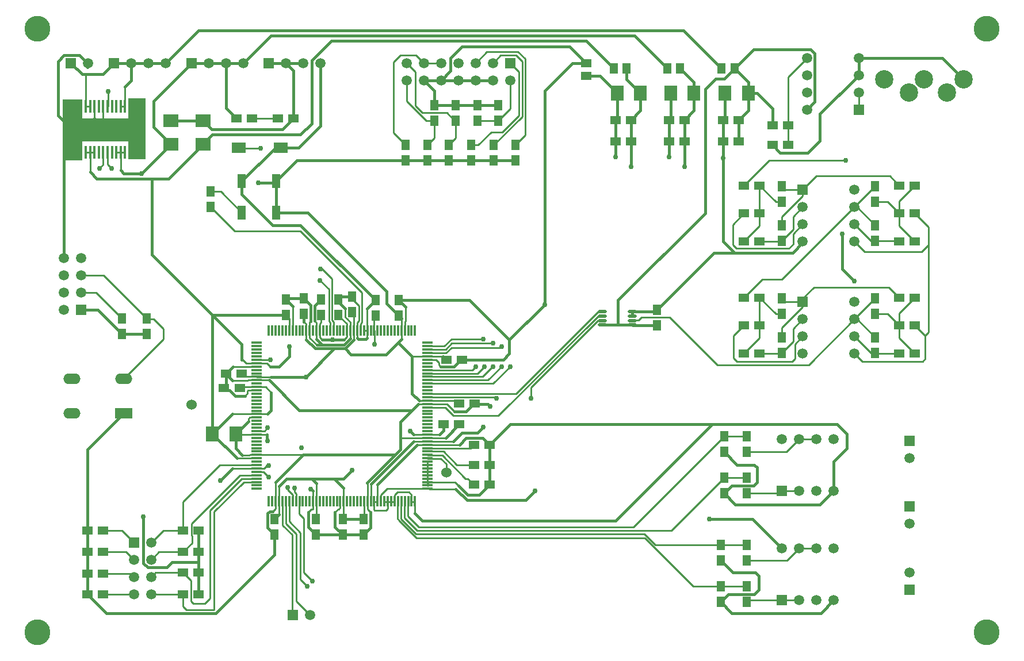
<source format=gtl>
G04 Layer_Physical_Order=1*
G04 Layer_Color=255*
%FSLAX25Y25*%
%MOIN*%
G70*
G01*
G75*
%ADD10R,0.05000X0.06000*%
%ADD11R,0.05118X0.08268*%
%ADD12R,0.06000X0.05000*%
%ADD13R,0.01180X0.06300*%
%ADD14R,0.06300X0.01180*%
%ADD15R,0.10000X0.35433*%
%ADD16R,0.11811X0.35433*%
%ADD17R,0.31102X0.13780*%
%ADD18R,0.01575X0.07677*%
%ADD19R,0.09000X0.07500*%
%ADD20R,0.05118X0.05905*%
%ADD21R,0.07500X0.09000*%
%ADD22O,0.05315X0.01968*%
%ADD23R,0.07874X0.05905*%
%ADD24R,0.05905X0.05118*%
%ADD25C,0.01000*%
%ADD26C,0.01500*%
%ADD27C,0.15000*%
%ADD28C,0.05905*%
%ADD29R,0.05905X0.05905*%
%ADD30R,0.10000X0.06000*%
%ADD31O,0.10000X0.06000*%
%ADD32C,0.06000*%
%ADD33R,0.05905X0.05905*%
%ADD34C,0.10650*%
%ADD35C,0.03000*%
D10*
X188500Y307140D02*
D03*
Y298140D02*
D03*
X174000D02*
D03*
Y307140D02*
D03*
X289500Y318140D02*
D03*
Y309140D02*
D03*
X225500Y380640D02*
D03*
Y371640D02*
D03*
X536000Y142640D02*
D03*
Y151640D02*
D03*
X521000Y142640D02*
D03*
Y151640D02*
D03*
Y166640D02*
D03*
Y175640D02*
D03*
X536000Y205640D02*
D03*
Y214640D02*
D03*
X523000Y205640D02*
D03*
Y214640D02*
D03*
Y229640D02*
D03*
Y238640D02*
D03*
X279500Y318640D02*
D03*
Y309640D02*
D03*
X307500Y319640D02*
D03*
Y310640D02*
D03*
X334500Y317640D02*
D03*
Y308640D02*
D03*
X314000Y181640D02*
D03*
Y190640D02*
D03*
X302000Y181640D02*
D03*
Y190640D02*
D03*
X286500Y181640D02*
D03*
Y190640D02*
D03*
X262500Y181640D02*
D03*
Y190640D02*
D03*
X376500Y407640D02*
D03*
Y398640D02*
D03*
X389500Y407640D02*
D03*
Y398640D02*
D03*
X338500Y407640D02*
D03*
Y398640D02*
D03*
X392000Y421640D02*
D03*
Y430640D02*
D03*
X402000Y407640D02*
D03*
Y398640D02*
D03*
X351000Y407640D02*
D03*
Y398640D02*
D03*
X363500D02*
D03*
Y407640D02*
D03*
X355000Y430640D02*
D03*
Y421640D02*
D03*
X367500Y430640D02*
D03*
Y421640D02*
D03*
X269000Y318140D02*
D03*
Y309140D02*
D03*
X299500Y318140D02*
D03*
Y309140D02*
D03*
X321000Y317640D02*
D03*
Y308640D02*
D03*
X536000Y166640D02*
D03*
Y175640D02*
D03*
Y229640D02*
D03*
Y238640D02*
D03*
X610500Y309640D02*
D03*
Y318640D02*
D03*
X556500Y296140D02*
D03*
Y287140D02*
D03*
X610500Y296140D02*
D03*
Y287140D02*
D03*
Y374640D02*
D03*
Y383640D02*
D03*
Y361140D02*
D03*
Y352140D02*
D03*
X556500Y361140D02*
D03*
Y352140D02*
D03*
Y309640D02*
D03*
Y318640D02*
D03*
Y374640D02*
D03*
Y383640D02*
D03*
X484000Y303140D02*
D03*
Y312140D02*
D03*
X380000Y430640D02*
D03*
Y421640D02*
D03*
D11*
X263500Y386640D02*
D03*
X243500D02*
D03*
Y368530D02*
D03*
X263500D02*
D03*
D12*
X233000Y266640D02*
D03*
X242500D02*
D03*
X234500Y275140D02*
D03*
X243500D02*
D03*
X378500Y257640D02*
D03*
X369500D02*
D03*
Y245640D02*
D03*
X360500D02*
D03*
X371000Y283140D02*
D03*
X362000D02*
D03*
X387000Y233640D02*
D03*
X378000D02*
D03*
Y222140D02*
D03*
X387000D02*
D03*
X378000Y210640D02*
D03*
X387000D02*
D03*
X264500Y423140D02*
D03*
X273500D02*
D03*
X240500D02*
D03*
X249500D02*
D03*
X491000Y409621D02*
D03*
X500000D02*
D03*
X491000Y422121D02*
D03*
X500000D02*
D03*
X522500Y409621D02*
D03*
X531500D02*
D03*
X522500Y422121D02*
D03*
X531500D02*
D03*
X534500Y286640D02*
D03*
X543500D02*
D03*
X534500Y302890D02*
D03*
X543500D02*
D03*
X633500Y286640D02*
D03*
X624500D02*
D03*
X633500Y302890D02*
D03*
X624500D02*
D03*
X560000Y419140D02*
D03*
X551000D02*
D03*
X543500Y367890D02*
D03*
X534500D02*
D03*
Y351640D02*
D03*
X543500D02*
D03*
X633500D02*
D03*
X624500D02*
D03*
X633500Y367890D02*
D03*
X624500D02*
D03*
X543500Y319140D02*
D03*
X534500D02*
D03*
X543500Y384140D02*
D03*
X534500D02*
D03*
X633500D02*
D03*
X624500D02*
D03*
X633500Y319140D02*
D03*
X624500D02*
D03*
X551000Y407640D02*
D03*
X560000D02*
D03*
X460000Y422121D02*
D03*
X469000D02*
D03*
X460000Y409621D02*
D03*
X469000D02*
D03*
X163000Y184140D02*
D03*
X154000D02*
D03*
X163000Y171640D02*
D03*
X154000D02*
D03*
X163000Y159140D02*
D03*
X154000D02*
D03*
X163000Y147140D02*
D03*
X154000D02*
D03*
X218500Y184140D02*
D03*
X209500D02*
D03*
X218500Y171640D02*
D03*
X209500D02*
D03*
X218500Y159640D02*
D03*
X209500D02*
D03*
X218500Y147140D02*
D03*
X209500D02*
D03*
D13*
X341850Y200960D02*
D03*
X312330D02*
D03*
X310360D02*
D03*
X259180D02*
D03*
X261150D02*
D03*
X263110D02*
D03*
X265080D02*
D03*
X267050D02*
D03*
X269020D02*
D03*
X270990D02*
D03*
X272960D02*
D03*
X274930D02*
D03*
X276890D02*
D03*
X278860D02*
D03*
X280830D02*
D03*
X282800D02*
D03*
X284770D02*
D03*
X286740D02*
D03*
X288700D02*
D03*
X290670D02*
D03*
X292640D02*
D03*
X294610D02*
D03*
X296580D02*
D03*
X298550D02*
D03*
X300520D02*
D03*
X302480D02*
D03*
X304450D02*
D03*
X306420D02*
D03*
X308390D02*
D03*
X314300D02*
D03*
X316260D02*
D03*
X318230D02*
D03*
X320200D02*
D03*
X322170D02*
D03*
X324140D02*
D03*
X326110D02*
D03*
X328070D02*
D03*
X330040D02*
D03*
X332010D02*
D03*
X333980D02*
D03*
X335950D02*
D03*
X337920D02*
D03*
X339890D02*
D03*
X343820D02*
D03*
Y300180D02*
D03*
X341850D02*
D03*
X339890D02*
D03*
X337920D02*
D03*
X335950D02*
D03*
X333980D02*
D03*
X332010D02*
D03*
X330040D02*
D03*
X328070D02*
D03*
X326110D02*
D03*
X324140D02*
D03*
X322170D02*
D03*
X320200D02*
D03*
X318230D02*
D03*
X316260D02*
D03*
X314300D02*
D03*
X312330D02*
D03*
X310360D02*
D03*
X308390D02*
D03*
X306420D02*
D03*
X304450D02*
D03*
X302480D02*
D03*
X300520D02*
D03*
X298550D02*
D03*
X296580D02*
D03*
X294610D02*
D03*
X292640D02*
D03*
X290670D02*
D03*
X288700D02*
D03*
X286740D02*
D03*
X284770D02*
D03*
X282800D02*
D03*
X280830D02*
D03*
X278860D02*
D03*
X276890D02*
D03*
X274930D02*
D03*
X272960D02*
D03*
X270990D02*
D03*
X269020D02*
D03*
X267050D02*
D03*
X265080D02*
D03*
X263110D02*
D03*
X261150D02*
D03*
X259180D02*
D03*
D14*
X351110Y253520D02*
D03*
Y247620D02*
D03*
Y245650D02*
D03*
Y241710D02*
D03*
Y208250D02*
D03*
Y210220D02*
D03*
Y212180D02*
D03*
Y214150D02*
D03*
Y216120D02*
D03*
Y218090D02*
D03*
Y220060D02*
D03*
Y222030D02*
D03*
Y224000D02*
D03*
Y225960D02*
D03*
Y227930D02*
D03*
Y229900D02*
D03*
Y231870D02*
D03*
Y233840D02*
D03*
Y235810D02*
D03*
Y237770D02*
D03*
Y239740D02*
D03*
Y243680D02*
D03*
Y249590D02*
D03*
Y251550D02*
D03*
Y255490D02*
D03*
Y257460D02*
D03*
Y259430D02*
D03*
Y261400D02*
D03*
Y263370D02*
D03*
Y265330D02*
D03*
Y267300D02*
D03*
Y269270D02*
D03*
Y271240D02*
D03*
Y273210D02*
D03*
Y275180D02*
D03*
Y277140D02*
D03*
Y279110D02*
D03*
Y281080D02*
D03*
Y283050D02*
D03*
Y285020D02*
D03*
Y286990D02*
D03*
Y288960D02*
D03*
Y290920D02*
D03*
Y292890D02*
D03*
X251890D02*
D03*
Y290920D02*
D03*
Y288960D02*
D03*
Y286990D02*
D03*
Y285020D02*
D03*
Y283050D02*
D03*
Y281080D02*
D03*
Y279110D02*
D03*
Y277140D02*
D03*
Y275180D02*
D03*
Y273210D02*
D03*
Y271240D02*
D03*
Y269270D02*
D03*
Y267300D02*
D03*
Y265330D02*
D03*
Y263370D02*
D03*
Y261400D02*
D03*
Y259430D02*
D03*
Y257460D02*
D03*
Y255490D02*
D03*
Y253520D02*
D03*
Y251550D02*
D03*
Y249590D02*
D03*
Y247620D02*
D03*
Y245650D02*
D03*
Y243680D02*
D03*
Y241710D02*
D03*
Y239740D02*
D03*
Y237770D02*
D03*
Y235810D02*
D03*
Y233840D02*
D03*
Y231870D02*
D03*
Y229900D02*
D03*
Y227930D02*
D03*
Y225960D02*
D03*
Y224000D02*
D03*
Y222030D02*
D03*
Y220060D02*
D03*
Y218090D02*
D03*
Y216120D02*
D03*
Y214150D02*
D03*
Y212180D02*
D03*
Y210220D02*
D03*
Y208250D02*
D03*
D15*
X182701Y416890D02*
D03*
D16*
X145299Y416390D02*
D03*
D17*
X164799D02*
D03*
D18*
X150299Y403390D02*
D03*
Y429890D02*
D03*
X178299Y403390D02*
D03*
X178299Y429890D02*
D03*
X175799Y429890D02*
D03*
X173260D02*
D03*
X170740D02*
D03*
X168221D02*
D03*
X165701D02*
D03*
X163181D02*
D03*
X160661D02*
D03*
X158142D02*
D03*
X155622D02*
D03*
X153102D02*
D03*
X175799Y403390D02*
D03*
X173260Y403418D02*
D03*
X170740D02*
D03*
X168221D02*
D03*
X165701D02*
D03*
X163181D02*
D03*
X160661D02*
D03*
X158142D02*
D03*
X155622D02*
D03*
X153102D02*
D03*
D19*
X221000Y421640D02*
D03*
Y408140D02*
D03*
X202500Y421640D02*
D03*
Y408140D02*
D03*
D20*
X497408Y452121D02*
D03*
X489927D02*
D03*
X466408D02*
D03*
X458927D02*
D03*
X528908D02*
D03*
X521427D02*
D03*
D21*
X492000Y437621D02*
D03*
X505500D02*
D03*
X523500D02*
D03*
X537000D02*
D03*
X240000Y240140D02*
D03*
X226500D02*
D03*
X461000Y437621D02*
D03*
X474500D02*
D03*
D22*
X469760Y303302D02*
D03*
Y305861D02*
D03*
Y308420D02*
D03*
Y310979D02*
D03*
X452240Y303302D02*
D03*
Y305861D02*
D03*
Y308420D02*
D03*
Y310979D02*
D03*
D23*
X241591Y406140D02*
D03*
X266000D02*
D03*
D24*
X443000Y447660D02*
D03*
Y455140D02*
D03*
D25*
X351000Y231770D02*
X376130D01*
X308000Y317640D02*
Y321140D01*
X316150Y300180D02*
Y312790D01*
Y295790D02*
Y300180D01*
X286760Y294910D02*
Y300180D01*
X284740Y196460D02*
Y206900D01*
X316370Y196270D02*
Y200960D01*
X351000Y227830D02*
X359500D01*
X268910Y200860D02*
X269000Y200770D01*
X243500Y274640D02*
X244500D01*
X362300Y426340D02*
X367500Y421140D01*
X304420Y296471D02*
Y303889D01*
X242500Y267270D02*
X257370D01*
X351000Y225860D02*
X358780D01*
X351000Y233740D02*
X369600D01*
X351000Y210120D02*
Y223900D01*
X351250Y210120D02*
Y212140D01*
X351000Y210120D02*
X351250D01*
X341740Y200860D02*
X343710D01*
X331900D02*
X332020Y200980D01*
X328070Y200860D02*
X331900D01*
X326000D02*
X328070D01*
X320170D02*
X322060D01*
X289000Y335640D02*
X290000D01*
X295600Y330040D01*
X288800Y329140D02*
X294000Y323940D01*
X294610Y300180D02*
Y304712D01*
X294000Y305322D02*
X294610Y304712D01*
X294000Y305322D02*
Y323940D01*
X163500Y332140D02*
X188500Y307140D01*
X150500Y332140D02*
X163500D01*
X159000Y322140D02*
X174000Y307140D01*
X150500Y322140D02*
X159000D01*
X175000Y272140D02*
X198000Y295140D01*
Y301140D01*
X192500Y306640D02*
X198000Y301140D01*
X189000Y306640D02*
X192500D01*
X188500Y307140D02*
X189000Y306640D01*
X238530Y279110D02*
X250830D01*
X239500Y357640D02*
X277500D01*
X313000Y322140D01*
X556500Y143640D02*
X566500D01*
X537000D02*
X556500D01*
X282830Y295810D02*
X287000Y291640D01*
X345170Y233810D02*
X349440D01*
X314270Y200930D02*
X314300Y200960D01*
X251860Y227900D02*
X251890Y227930D01*
X300490Y200930D02*
X300520Y200960D01*
X256570Y241710D02*
X258500Y243640D01*
X270000Y207599D02*
Y209140D01*
Y207599D02*
X272930Y204669D01*
X274000Y206216D02*
Y208640D01*
X351990Y208140D02*
X367500D01*
X269000Y188140D02*
Y200770D01*
X274000Y206216D02*
X274930Y205286D01*
X320500Y195640D02*
X327000D01*
X191000Y147140D02*
X209500D01*
X163000D02*
X181000D01*
X320170Y195970D02*
X320500Y195640D01*
X365860Y235780D02*
X366000Y235640D01*
X327000Y195640D02*
X328070Y196710D01*
X324140Y200960D02*
X324150Y200970D01*
Y204649D02*
X327751Y208250D01*
X340350Y206290D02*
X341850Y204790D01*
X333661Y206290D02*
X340350D01*
X332020Y204649D02*
X333661Y206290D01*
X566500Y237140D02*
X576500D01*
X559000Y229640D02*
X566500Y237140D01*
X564000Y283640D02*
Y292095D01*
X562500Y282140D02*
X564000Y283640D01*
X530500Y282140D02*
X562500D01*
X528500Y284140D02*
X530500Y282140D01*
X491500Y307640D02*
X519000Y280140D01*
X572000D01*
X598500Y306640D01*
X259910Y283050D02*
X260000Y283140D01*
X295600Y305984D02*
Y330040D01*
X244500Y274640D02*
X245900Y273240D01*
X244000Y283140D02*
X246030Y281110D01*
X243500Y283140D02*
X244000D01*
X362271Y257460D02*
X366591Y253140D01*
X357650Y280081D02*
X358591Y279140D01*
X357650Y280081D02*
Y281311D01*
X355911Y283050D02*
X357650Y281311D01*
X337920Y300180D02*
X338100Y300360D01*
Y305240D02*
X338350Y305490D01*
Y313790D01*
X269000Y309140D02*
X270990Y307150D01*
X279500Y305189D02*
X280800Y303889D01*
X282800Y304981D02*
X283350Y305531D01*
X288700Y300180D02*
X288730Y300210D01*
Y303889D02*
X289500Y304659D01*
Y309140D01*
X285650Y305581D02*
X286740Y304491D01*
X295600Y305984D02*
X296580Y305005D01*
X313000Y304615D02*
Y322140D01*
X311350Y305581D02*
Y314290D01*
X311100Y314540D02*
X311350Y314290D01*
X311100Y314540D02*
Y314596D01*
X310456Y315240D02*
X311100Y314596D01*
X310400Y315240D02*
X310456D01*
X308000Y317640D02*
X310400Y315240D01*
X312330Y303945D02*
X313000Y304615D01*
X299500Y308809D02*
X304420Y303889D01*
X304600Y306540D02*
X306390Y304750D01*
X307500Y309140D02*
X308360Y308280D01*
X310360Y304591D02*
X311350Y305581D01*
X250830Y279110D02*
X250860Y279140D01*
X250405D02*
X250860D01*
X249274Y281080D02*
X249304Y281110D01*
X246030D02*
X249304D01*
X238100Y271040D02*
X246956D01*
X247156Y271240D01*
X245409Y262140D02*
X246850Y263581D01*
Y265091D02*
X247089Y265330D01*
X246850Y263581D02*
Y265091D01*
X563000Y350140D02*
Y356095D01*
X560500Y347640D02*
X563000Y350140D01*
X530000Y347640D02*
X560500D01*
X261500Y195140D02*
X263110Y196750D01*
X392116Y250640D02*
X449621Y308145D01*
X366000Y250640D02*
X392116D01*
X361430Y255210D02*
X366000Y250640D01*
X282000Y194640D02*
X283820Y196460D01*
X297500Y194640D02*
X299320Y196460D01*
X361850Y286990D02*
X364900Y290040D01*
X393400D01*
X394000Y290640D01*
X361557Y288960D02*
X365137Y292540D01*
X388900D01*
X389000Y292640D01*
X360780Y290920D02*
X365000Y295140D01*
X383500D01*
X243830Y227810D02*
X248091D01*
X247390Y247530D02*
Y248769D01*
X248181Y249560D01*
X316370Y196270D02*
X318000Y194640D01*
X299699Y196460D02*
X300490Y197251D01*
X299320Y196460D02*
X299699D01*
X283820D02*
X284740D01*
X163181Y396321D02*
Y403418D01*
X161000Y394140D02*
X163181Y396321D01*
X165701Y396439D02*
Y403418D01*
Y396439D02*
X168000Y394140D01*
X249500Y423140D02*
X264500D01*
X241591Y406140D02*
X242091Y405640D01*
X254500D01*
X166000Y430189D02*
Y438640D01*
X165701Y429890D02*
X166000Y430189D01*
X175799Y429890D02*
Y441439D01*
X173260Y429890D02*
X175799D01*
X153102D02*
Y448538D01*
Y429890D02*
X155622D01*
X175772Y403418D02*
X175799Y403390D01*
X173260Y392880D02*
Y403418D01*
X170740D02*
X173260D01*
X175772D01*
X155622D02*
X158142D01*
X155622Y392018D02*
Y403418D01*
X153102D02*
X155622D01*
X558500Y381640D02*
X568500D01*
X556500Y383640D02*
X558500Y381640D01*
X553000Y374640D02*
X556500D01*
X543500Y384140D02*
X553000Y374640D01*
X543500Y367890D02*
Y384140D01*
Y351640D02*
X556000D01*
X556500Y352140D01*
Y361140D02*
Y366140D01*
X568500Y378140D01*
Y381640D01*
X558500Y316640D02*
X568500D01*
X556500Y318640D02*
X558500Y316640D01*
X553000Y309640D02*
X556500D01*
X543500Y319140D02*
X553000Y309640D01*
X543500Y302890D02*
Y319140D01*
Y295640D02*
Y302890D01*
X534500Y286640D02*
X543500Y295640D01*
Y286640D02*
X556000D01*
X556500Y296140D02*
Y301640D01*
X568500Y313640D01*
Y316640D01*
X563000Y366140D02*
X568500Y371640D01*
X563000Y358640D02*
Y366140D01*
X556500Y352140D02*
X563000Y358640D01*
Y301140D02*
X568500Y306640D01*
X563000Y293640D02*
Y301140D01*
X556500Y287140D02*
X563000Y293640D01*
X598500Y371640D02*
X610500Y383640D01*
Y374640D02*
X617750D01*
X624500Y367890D01*
Y375140D01*
X633500Y384140D01*
X624500Y360640D02*
Y367890D01*
Y360640D02*
X633500Y351640D01*
X600000Y371640D02*
X610500Y361140D01*
X598500Y371640D02*
X600000D01*
X610500Y352140D02*
X624000D01*
X624500Y351640D01*
X598500Y306640D02*
X610500Y318640D01*
X598500Y306640D02*
X600000D01*
X610500Y296140D01*
Y309640D02*
X617750D01*
X624500Y302890D01*
Y310140D01*
X633500Y319140D01*
X624500Y295640D02*
Y302890D01*
Y295640D02*
X633500Y286640D01*
X611000D02*
X624500D01*
X610500Y287140D02*
X611000Y286640D01*
X568500Y361595D02*
Y361640D01*
X563000Y356095D02*
X568500Y361595D01*
X528000Y349640D02*
X530000Y347640D01*
X528000Y349640D02*
Y361390D01*
X534500Y367890D01*
X598500Y351640D02*
X604500Y345640D01*
X637500D01*
X641500Y349640D01*
Y359890D01*
X633500Y367890D02*
X641500Y359890D01*
X568500Y296595D02*
Y296640D01*
X564000Y292095D02*
X568500Y296595D01*
X528500Y284140D02*
Y296890D01*
X534500Y302890D01*
X598500Y286640D02*
X603000Y282140D01*
X638000D01*
X639500Y283640D01*
Y296890D01*
X633500Y302890D02*
X639500Y296890D01*
X158142Y423047D02*
Y429890D01*
X163181Y418008D02*
Y429890D01*
X339000Y433140D02*
Y445140D01*
Y433140D02*
X350500Y421640D01*
X344000Y430403D02*
X348063Y426340D01*
X331500Y414640D02*
X338500Y407640D01*
X399000Y428640D02*
Y445140D01*
Y455140D02*
X404000Y450140D01*
X389500Y407640D02*
X406000Y424140D01*
Y456140D01*
X389000Y455140D02*
X393500Y459640D01*
X402500D01*
X406000Y456140D01*
X379000Y455140D02*
X385500Y461640D01*
X403500D01*
X402000Y407640D02*
X407600Y413240D01*
X403500Y461640D02*
X407600Y457540D01*
Y413240D02*
Y457540D01*
X404000Y424640D02*
Y450140D01*
X376500Y407640D02*
X380500D01*
X388000Y415140D01*
X394500D01*
X404000Y424640D01*
X350500Y421640D02*
X355000D01*
X348063Y426340D02*
X362300D01*
X363500Y407640D02*
X367500Y411640D01*
Y421140D01*
X351000Y407640D02*
X355000Y411640D01*
Y421640D01*
X380000D02*
X392000D01*
X399000Y428640D01*
X349000Y455140D02*
X359000D01*
X339000D02*
X344000Y450140D01*
Y430403D02*
Y450140D01*
X331500Y414640D02*
Y455640D01*
X335500Y459640D01*
X344500D01*
X349000Y455140D01*
X560000Y407640D02*
Y419140D01*
X231390Y380640D02*
X243500Y368530D01*
X225500Y380640D02*
X231390D01*
X225500Y371640D02*
X239500Y357640D01*
X560000Y447140D02*
X571000Y458140D01*
X560000Y419140D02*
Y447140D01*
X549000Y398640D02*
X593500D01*
X534500Y384140D02*
X549000Y398640D01*
X601000Y428140D02*
Y438140D01*
X641500Y298890D02*
Y349640D01*
X639500Y296890D02*
X641500Y298890D01*
X543500Y360640D02*
Y367890D01*
X534500Y351640D02*
X543500Y360640D01*
X568500Y381640D02*
X576500Y389640D01*
X619000D01*
X624500Y384140D01*
X618500Y325140D02*
X624500Y319140D01*
X556500Y329640D02*
X598500Y371640D01*
X545000Y329640D02*
X556500D01*
X534500Y319140D02*
X545000Y329640D01*
X575000Y325140D02*
X618500D01*
X568500Y318640D02*
X575000Y325140D01*
X568500Y316640D02*
Y318640D01*
X556000Y286640D02*
X556500Y287140D01*
X475029Y307640D02*
X491500D01*
X473524Y306135D02*
X475029Y307640D01*
X470035Y306135D02*
X473524D01*
X469760Y305861D02*
X470035Y306135D01*
X451965Y310704D02*
X452240Y310979D01*
X451965Y308145D02*
X452240Y308420D01*
X449621Y308145D02*
X451965D01*
X451965Y305586D02*
X452240Y305861D01*
X449621Y305586D02*
X451965D01*
X411000Y266965D02*
X449621Y305586D01*
Y310704D02*
X451965D01*
X411000Y260640D02*
Y266965D01*
X390240Y261400D02*
X391000Y260640D01*
X198000Y184140D02*
X209500D01*
X191000Y177140D02*
X198000Y184140D01*
X195500Y171640D02*
X209500D01*
X191000Y167140D02*
X195500Y171640D01*
X193500Y159640D02*
X209500D01*
X191000Y157140D02*
X193500Y159640D01*
X163000Y184140D02*
X174000D01*
X181000Y177140D01*
X163000Y171640D02*
X176500D01*
X181000Y167140D01*
X163000Y159140D02*
X179000D01*
X181000Y157140D01*
X523000Y238640D02*
X536000D01*
X523000Y214640D02*
X536000D01*
X521000Y151640D02*
X536000D01*
X521000Y175640D02*
X536000D01*
Y142640D02*
X537000Y143640D01*
X566500Y173640D02*
X576500D01*
X559500Y166640D02*
X566500Y173640D01*
X536000Y166640D02*
X559500D01*
X556500Y207140D02*
X566500D01*
X555000Y205640D02*
X556500Y207140D01*
X536000Y205640D02*
X555000D01*
X536000Y229640D02*
X559000D01*
X504934Y151640D02*
X521000D01*
X483197Y175640D02*
X521000D01*
X492400Y184040D02*
X523000Y214640D01*
X345100Y184040D02*
X492400D01*
X337810Y191330D02*
X345100Y184040D01*
X209500Y171640D02*
X214600Y176740D01*
X376130Y231770D02*
X378000Y233640D01*
X362000Y217640D02*
Y222640D01*
X358780Y225860D02*
X362000Y222640D01*
X339780Y192360D02*
X346000Y186140D01*
X470500D01*
X523000Y238640D01*
X333870Y190770D02*
X334240Y190400D01*
Y190137D02*
Y190400D01*
Y190137D02*
X344737Y179640D01*
X476934D01*
X504934Y151640D01*
X335840Y190800D02*
X344500Y182140D01*
X476697D01*
X483197Y175640D01*
X279500Y159640D02*
X284500Y154640D01*
X279500Y159640D02*
Y191140D01*
X277500Y155640D02*
X281500Y151640D01*
X277500Y155640D02*
Y182640D01*
X270880Y189260D02*
X277500Y182640D01*
X266940Y187200D02*
X272600Y181540D01*
Y135540D02*
X273000Y135140D01*
X272600Y135540D02*
Y181540D01*
X275000Y143140D02*
X283000Y135140D01*
X269000Y188140D02*
X275000Y182140D01*
Y143140D02*
Y182140D01*
X368197Y222140D02*
X378000D01*
X360437Y229900D02*
X368197Y222140D01*
X374500Y214140D02*
X378000Y210640D01*
X373190Y214140D02*
X374500D01*
X359610Y227720D02*
X373190Y214140D01*
X359500Y227720D02*
X359610D01*
X377000Y277140D02*
X379000Y279140D01*
X380040Y275180D02*
X384000Y279140D01*
X386100Y271240D02*
X394000Y279140D01*
X389130Y269270D02*
X399000Y279140D01*
X388860D02*
X389000D01*
X382930Y273210D02*
X388860Y279140D01*
X402287Y263370D02*
X449621Y310704D01*
X209500Y140140D02*
Y147140D01*
Y140140D02*
X211500Y138140D01*
X227500D01*
Y195140D01*
X244540Y212180D01*
X209500Y159640D02*
X214000Y155140D01*
Y143140D02*
Y155140D01*
Y143140D02*
X215500Y141640D01*
X222000D01*
X225000Y144640D01*
X214600Y176740D02*
Y180984D01*
X214400Y181184D02*
X214600Y180984D01*
X214400Y181184D02*
Y188040D01*
X242480Y216120D01*
X225000Y144640D02*
Y195640D01*
X243510Y214150D01*
X367000Y212140D02*
X369020Y210120D01*
X308360Y294731D02*
X308490Y294601D01*
X288730Y295910D02*
X290000Y294640D01*
X302589D02*
X304420Y296471D01*
X303500Y307640D02*
Y312549D01*
Y307640D02*
X303900Y307240D01*
Y307185D02*
Y307240D01*
Y307185D02*
X304544Y306540D01*
X304600D01*
X306390Y300210D02*
X306420Y300180D01*
X308360Y300210D02*
X308390Y300180D01*
X280800Y300210D02*
X280830Y300180D01*
X351250Y212140D02*
X367000D01*
X351110Y255490D02*
X351390Y255210D01*
X361430D01*
X351110Y235810D02*
X351140Y235780D01*
X242480Y216120D02*
X251890D01*
X306390Y295471D02*
Y300150D01*
X282830Y295810D02*
Y300150D01*
X300490Y197251D02*
Y200930D01*
X247089Y265330D02*
X251890D01*
X248181Y249560D02*
X251860D01*
X248091Y227900D02*
X251860D01*
X248091Y227810D02*
Y227900D01*
X320230Y292410D02*
Y300150D01*
X288730Y295910D02*
Y300150D01*
X314270Y190910D02*
Y200930D01*
X302480Y191120D02*
Y200960D01*
X286740Y190880D02*
Y200960D01*
X265080Y193220D02*
Y200960D01*
X240680Y225960D02*
X251890D01*
X343710Y193930D02*
Y200860D01*
X328070Y196710D02*
Y200860D01*
X320170Y195970D02*
Y200860D01*
X243510Y214150D02*
X251890D01*
X339780Y192360D02*
Y200860D01*
X337810Y191330D02*
Y200860D01*
X327751Y208250D02*
X351110D01*
X270880Y189260D02*
Y200860D01*
X244540Y212180D02*
X251890D01*
X343140Y235780D02*
X351080D01*
X335950Y295090D02*
Y300180D01*
X308360Y294731D02*
Y300150D01*
X280830Y294840D02*
Y300180D01*
X245900Y273240D02*
X251860D01*
X266940Y187200D02*
Y200860D01*
X335840Y190800D02*
Y200860D01*
X333870Y190770D02*
Y200860D01*
X256050Y218090D02*
X259000Y215140D01*
X256380Y220080D02*
X257940Y221640D01*
X258030Y281080D02*
X259969Y279140D01*
X257370Y267270D02*
X260500Y264140D01*
X335500Y237750D02*
X349290D01*
X276780Y193860D02*
X279500Y191140D01*
X276780Y193860D02*
Y200860D01*
X240400Y239740D02*
X251890D01*
X351110Y273210D02*
X382930D01*
X345690Y257460D02*
X351110D01*
X310360Y295780D02*
Y300180D01*
X247156Y271240D02*
X251890D01*
X263110Y196750D02*
Y200960D01*
X338100Y300360D02*
Y305240D01*
X310360Y300180D02*
Y304591D01*
X306390Y300210D02*
Y304750D01*
X286740Y300180D02*
Y304491D01*
X282800Y300180D02*
Y304981D01*
X351110Y283050D02*
X355911D01*
X351110Y257460D02*
X362271D01*
X351110Y237770D02*
X361630D01*
X316290Y200990D02*
Y211770D01*
X272960Y300180D02*
Y314180D01*
X251890Y271240D02*
X259400D01*
X251920Y239710D02*
X258000D01*
X251890Y227930D02*
X279000D01*
X272930Y200990D02*
Y204669D01*
X263110Y200960D02*
Y211910D01*
X251890Y218090D02*
X256050D01*
X351110Y269270D02*
X389130D01*
X249274Y281080D02*
X251890D01*
X237910Y251550D02*
X251890D01*
X320200Y300180D02*
Y307840D01*
X270990Y300180D02*
Y307150D01*
X288730Y300210D02*
Y303889D01*
X351110Y239740D02*
X358100D01*
X302460Y200980D02*
Y208680D01*
X286740Y200960D02*
Y211400D01*
X251890Y281080D02*
X258030D01*
X251890Y251550D02*
X258410D01*
X265080Y200960D02*
Y209720D01*
X341850Y200960D02*
Y204790D01*
X332020Y200980D02*
Y204649D01*
X322170Y200960D02*
Y210810D01*
X312330Y300180D02*
Y303945D01*
X351110Y286990D02*
X361850D01*
X351110Y277140D02*
X377000D01*
X351110Y261400D02*
X390240D01*
X351110Y290920D02*
X360780D01*
X351110Y288960D02*
X361557D01*
X351110Y271240D02*
X386100D01*
X351110Y263370D02*
X402287D01*
X324150Y200970D02*
Y204649D01*
X251890Y283050D02*
X259910D01*
X351140Y235780D02*
X365860D01*
X318260Y200990D02*
Y210900D01*
X342120Y285020D02*
X351110D01*
X346210Y259430D02*
X351110D01*
X335950Y300180D02*
Y307190D01*
X308360Y300210D02*
Y308280D01*
X280800Y300210D02*
Y303889D01*
X351110Y285020D02*
X360120D01*
X351110Y259430D02*
X367710D01*
X274930Y200960D02*
Y205286D01*
X251920Y273180D02*
X260470D01*
X251890Y241710D02*
X256570D01*
X251910Y220080D02*
X256380D01*
X351110Y275180D02*
X380040D01*
X351110Y229900D02*
X360437D01*
X296580Y300180D02*
Y305005D01*
X314300Y300180D02*
X316150D01*
X342900Y239740D02*
X351110D01*
X209500Y184140D02*
Y200640D01*
X230790Y221930D01*
X251780D01*
X237920Y220060D02*
X251890D01*
X598500Y361640D02*
X608000Y352140D01*
X610500D01*
X598500Y296640D02*
X608000Y287140D01*
X610500D01*
D26*
X370410Y283050D02*
X394910D01*
X377820Y257460D02*
X386180D01*
X154000Y452640D02*
Y455140D01*
X253000Y385640D02*
X263500D01*
X154000Y184140D02*
Y231140D01*
Y171640D02*
Y184140D01*
Y231140D02*
X175000Y252140D01*
X140500Y342140D02*
Y411591D01*
X145299Y416390D01*
X174000Y298140D02*
X188500D01*
X160000Y312140D02*
X174000Y298140D01*
X150500Y312140D02*
X160000D01*
X234560Y275140D02*
X238530Y279110D01*
X234500Y275140D02*
X234560D01*
X234500Y274640D02*
Y275140D01*
X261500Y361140D02*
X277500D01*
X243500Y379140D02*
X261500Y361140D01*
X482839Y310979D02*
X484000Y312140D01*
X517000Y345140D01*
X280830Y294840D02*
X286130Y289540D01*
X290030Y291640D02*
X302559D01*
X287000D02*
X290030D01*
X286760Y294910D02*
X290030Y291640D01*
X302559D02*
X306390Y295471D01*
X258000Y236640D02*
Y239710D01*
Y236640D02*
X258500Y236140D01*
X269541Y209140D02*
X270000D01*
X283500Y208140D02*
X284740Y206900D01*
X269500Y214140D02*
X284000D01*
X286740Y211400D01*
X265080Y209720D02*
X269500Y214140D01*
X262500Y170140D02*
Y181640D01*
X228500Y136140D02*
X262500Y170140D01*
X165000Y136140D02*
X228500D01*
X154000Y147140D02*
X165000Y136140D01*
X286500Y181640D02*
X302000D01*
X314000D01*
X302000Y190640D02*
X314000D01*
X366000Y235640D02*
X371000Y240640D01*
X380000D01*
X383500Y244140D01*
X469000Y395140D02*
Y409621D01*
X516000Y245640D02*
X588500D01*
X399000D02*
X516000D01*
X343710Y193930D02*
X348000Y189640D01*
X460000D01*
X516000Y245640D01*
X387000Y233640D02*
X399000Y245640D01*
X588500D02*
X594000Y240140D01*
Y231640D02*
Y240140D01*
X586500Y224140D02*
X594000Y231640D01*
X586500Y207140D02*
Y224140D01*
X226500Y309140D02*
X243500Y292140D01*
X191500Y344140D02*
X226500Y309140D01*
X269000D01*
X191500Y388140D02*
X201000D01*
X159500D02*
X191500D01*
X243500Y283140D02*
Y292140D01*
X191500Y344140D02*
Y388140D01*
X540500Y222140D02*
X542000Y220640D01*
X530500Y222140D02*
X540500D01*
X523000Y229640D02*
X530500Y222140D01*
X361630Y237770D02*
X369500Y245640D01*
X358100Y239740D02*
X360500Y242140D01*
Y245640D01*
X366500Y279140D02*
X370410Y283050D01*
X358591Y279140D02*
X366500D01*
X373500Y253140D02*
X377820Y257460D01*
X366591Y253140D02*
X373500D01*
X367710Y259430D02*
X369500Y257640D01*
X360120Y285020D02*
X362000Y283140D01*
X334500Y317640D02*
X338350Y313790D01*
X334500Y308640D02*
X335950Y307190D01*
X320200Y307840D02*
X321000Y308640D01*
X316150Y312790D02*
X321000Y317640D01*
X269000Y318140D02*
X272960Y314180D01*
X279500Y305189D02*
Y309640D01*
X283350Y305531D02*
Y314790D01*
X279500Y318640D02*
X283350Y314790D01*
X285650Y305581D02*
Y314290D01*
X289500Y318140D01*
X299500Y316549D02*
Y318140D01*
Y316549D02*
X303500Y312549D01*
X299500Y308809D02*
Y309140D01*
X234500Y274640D02*
X238100Y271040D01*
X239591Y262140D02*
X245409D01*
X236421Y265310D02*
X239591Y262140D01*
X234330Y265310D02*
X236421D01*
X233000Y266640D02*
X234330Y265310D01*
X242500Y266640D02*
Y267270D01*
X259591Y195140D02*
X261500D01*
X258500Y194049D02*
X259591Y195140D01*
X240000Y231640D02*
X243830Y227810D01*
X240000Y231640D02*
Y240140D01*
X247390Y247530D01*
X226500Y240140D02*
X240680Y225960D01*
X226500Y240140D02*
X237910Y251550D01*
X258500Y185640D02*
Y194049D01*
Y185640D02*
X262500Y181640D01*
Y190640D02*
X265080Y193220D01*
X318000Y185640D02*
Y194640D01*
X314000Y181640D02*
X318000Y185640D01*
X314000Y190640D02*
X314270Y190910D01*
X297500Y186140D02*
Y194640D01*
Y186140D02*
X302000Y181640D01*
Y190640D02*
X302480Y191120D01*
X282000Y186140D02*
X286500Y181640D01*
X282000Y186140D02*
Y194640D01*
X286500Y190640D02*
X286740Y190880D01*
X189500Y455140D02*
X199500D01*
X179500D02*
X189500D01*
X169500D02*
X179500D01*
Y445140D02*
Y455140D01*
X163000Y448640D02*
X169500Y455140D01*
X175799Y441439D02*
X179500Y445140D01*
X153000Y448640D02*
X163000D01*
X153000D02*
X153102Y448538D01*
X144500Y455140D02*
X151000Y448640D01*
X153000D01*
X234500Y455140D02*
X244500D01*
X224500D02*
X234500D01*
Y429140D02*
X240500Y423140D01*
X234500Y429140D02*
Y455140D01*
X214500D02*
X224500D01*
X192500Y433140D02*
X214500Y455140D01*
X192500Y418140D02*
X202500Y408140D01*
X192500Y418140D02*
Y433140D01*
X185500Y391140D02*
X202500Y408140D01*
X175000Y391140D02*
X185500D01*
X173260Y392880D02*
X175000Y391140D01*
X155622Y392018D02*
X159500Y388140D01*
X601000Y458140D02*
X649300D01*
X661600Y445840D01*
X269000Y455140D02*
X279000D01*
X269000D02*
X273500Y450640D01*
X267000Y416640D02*
X273500Y423140D01*
X226000Y416640D02*
X267000D01*
X221000Y421640D02*
X226000Y416640D01*
X202500Y421640D02*
X221000D01*
X149500Y459640D02*
X154000Y455140D01*
X140500Y459640D02*
X149500D01*
X137000Y456140D02*
X140500Y459640D01*
X137000Y424689D02*
Y456140D01*
X163181Y418008D02*
X164799Y416390D01*
X158142Y423047D02*
X163181Y418008D01*
X137000Y424689D02*
X145299Y416390D01*
X349000Y445140D02*
X359000D01*
X369000D01*
X379000D01*
X389000D01*
X338500Y398640D02*
X351000D01*
X363500D01*
X376500D01*
X389500D01*
X402000D01*
X402500D01*
X367500Y430640D02*
X380000D01*
X392000D01*
X355000D02*
X367500D01*
X355000D02*
Y439140D01*
X349000Y445140D02*
X355000Y439140D01*
X259000Y455140D02*
X269000D01*
X273500Y423140D02*
Y450640D01*
X443000Y447660D02*
X450961D01*
X461000Y437621D01*
Y423121D02*
Y437621D01*
X460000Y422121D02*
X461000Y423121D01*
X460000Y409621D02*
Y422121D01*
X492000Y423121D02*
Y437621D01*
X491000Y422121D02*
X492000Y423121D01*
X491000Y409621D02*
Y422121D01*
X523500Y423121D02*
Y437621D01*
X522500Y422121D02*
X523500Y423121D01*
X522500Y409621D02*
Y422121D01*
X466408Y445713D02*
Y452121D01*
Y445713D02*
X474500Y437621D01*
Y427621D02*
Y437621D01*
X469000Y422121D02*
X474500Y427621D01*
X469000Y409621D02*
Y422121D01*
X497408Y452121D02*
X505500Y444029D01*
Y437621D02*
Y444029D01*
Y427621D02*
Y437621D01*
X500000Y422121D02*
X505500Y427621D01*
X500000Y409621D02*
Y422121D01*
X528908Y452121D02*
X537000Y444029D01*
Y437621D02*
Y444029D01*
X531500Y422121D02*
X537000Y427621D01*
X531500Y409621D02*
Y422121D01*
X201000Y388140D02*
X221000Y408140D01*
X284000Y420140D02*
Y456640D01*
X263000Y406140D02*
X266000D01*
X243500Y386640D02*
X263000Y406140D01*
X263500Y368530D02*
Y385640D01*
Y386640D01*
X460000Y400640D02*
Y409621D01*
X522500Y400140D02*
Y409621D01*
X491000Y400640D02*
Y409621D01*
X537000Y427621D02*
Y433140D01*
Y437621D02*
X542020D01*
X551000Y428640D01*
Y419140D02*
Y428640D01*
Y407640D02*
X555500Y403140D01*
X578500Y425640D02*
X601000Y448140D01*
X555500Y403140D02*
X571500D01*
X578500Y410140D01*
Y425640D01*
X528908Y452121D02*
X539927Y463140D01*
X573000D01*
X575500Y460640D01*
Y432640D02*
Y460640D01*
X571000Y428140D02*
X575500Y432640D01*
X601000Y448140D02*
Y458140D01*
X522500Y351640D02*
Y400140D01*
Y351640D02*
X529000Y345140D01*
X562763D01*
X568500Y350877D01*
Y351640D01*
X591500Y335640D02*
Y356140D01*
Y335640D02*
X598500Y328640D01*
X469760Y308420D02*
Y310979D01*
X482839D01*
X469921Y303140D02*
X484000D01*
X469760Y303302D02*
X469921Y303140D01*
X461500Y317640D02*
X512000Y368140D01*
X461500Y303302D02*
Y317640D01*
X452240Y303302D02*
X461500D01*
X469760D01*
X154000Y159140D02*
Y171640D01*
Y147140D02*
Y159140D01*
X218500Y147140D02*
Y159640D01*
Y171640D02*
Y184140D01*
X578500Y199140D02*
X586500Y207140D01*
X529500Y199140D02*
X578500D01*
X523000Y205640D02*
X529500Y199140D01*
X523000Y205640D02*
X527500Y210140D01*
X540000D01*
X521000Y166640D02*
X528000Y159640D01*
X540000Y210140D02*
X542000Y212140D01*
Y220640D01*
X528000Y159640D02*
X541000D01*
X543000Y149640D02*
Y157640D01*
X541000Y159640D02*
X543000Y157640D01*
X521000Y142640D02*
X527500Y136140D01*
X579000D01*
X586500Y143640D01*
X521000Y142640D02*
X525500Y147140D01*
X540500D01*
X543000Y149640D01*
X387000Y222140D02*
Y233640D01*
Y210640D02*
Y222140D01*
X500000Y395140D02*
Y409621D01*
X383000Y237640D02*
X387000Y233640D01*
X373500Y237640D02*
X383000D01*
X369600Y233740D02*
X373500Y237640D01*
X381200Y204840D02*
X387000Y210640D01*
X374300Y204840D02*
X381200D01*
X369020Y210120D02*
X374300Y204840D01*
X199500Y455140D02*
X218500Y474140D01*
X499408D01*
X521427Y452121D01*
X244500Y455140D02*
X260500Y471140D01*
X470908D01*
X489927Y452121D01*
X284000Y456640D02*
X295500Y468140D01*
X442908D01*
X458927Y452121D01*
X371000Y464640D02*
X433500D01*
X443000Y455140D01*
X359000Y445140D02*
X364500Y450640D01*
Y458140D01*
X371000Y464640D01*
X266000Y406140D02*
X276500D01*
X289000Y418640D01*
Y455140D01*
X221000Y408140D02*
X226500Y413640D01*
X277500D01*
X284000Y420140D01*
X408000Y201640D02*
X413500Y207140D01*
X374000Y201640D02*
X408000D01*
X367500Y208140D02*
X374000Y201640D01*
X512000Y368140D02*
Y440140D01*
X518000Y446140D01*
X522928D01*
X528908Y452121D01*
X303429Y289540D02*
X308490Y294601D01*
X517000Y345140D02*
X529000D01*
X539500Y190640D02*
X556500Y173640D01*
X514500Y190640D02*
X539500D01*
X263500Y386640D02*
X275500Y398640D01*
X338500D01*
X243500Y379140D02*
Y386640D01*
X277500Y361140D02*
X321000Y317640D01*
X263500Y368530D02*
X281610D01*
X327500Y322640D01*
Y315640D02*
Y322640D01*
Y315640D02*
X334500Y308640D01*
Y317640D02*
X375500D01*
X398500Y294640D01*
Y286640D02*
Y294640D01*
X394910Y283050D02*
X398500Y286640D01*
X310360Y295780D02*
X311000Y295140D01*
X315500D01*
X316150Y295790D01*
X301000Y319640D02*
X307500D01*
X299500Y318140D02*
X301000Y319640D01*
X290000Y294640D02*
X296000D01*
X302589D01*
X320230Y292410D02*
X320500Y292140D01*
X303429Y289540D02*
X306829Y286140D01*
X327000D01*
X334000Y293140D02*
X342120Y285020D01*
X327000Y286140D02*
X334000Y293140D01*
X335950Y295090D01*
X257940Y221640D02*
X259000D01*
X226500Y240140D02*
Y309140D01*
X259969Y279140D02*
X259985Y279155D01*
X265015D01*
X270990Y285130D01*
Y290650D01*
X234500Y268140D02*
Y274640D01*
X233000Y266640D02*
X234500Y268140D01*
X258410Y251550D02*
X260500Y253640D01*
Y264140D01*
X435000Y455140D02*
X443000D01*
X419000Y439140D02*
X435000Y455140D01*
X419000Y315140D02*
Y439140D01*
X398500Y294640D02*
X419000Y315140D01*
X269500Y318640D02*
X279500D01*
X269000Y318140D02*
X269500Y318640D01*
X342120Y263520D02*
Y285020D01*
Y263520D02*
X346210Y259430D01*
X331740Y227930D02*
X332030Y227640D01*
X262980Y211910D02*
X279000Y227930D01*
X331740D01*
X240000Y240140D02*
X240400Y239740D01*
X284000Y214140D02*
X297000D01*
X302460Y208680D01*
X259400Y271240D02*
X276860Y253780D01*
X342140D01*
X280600Y273140D02*
X297000Y289540D01*
X260470Y273140D02*
X280600D01*
X286130Y289540D02*
X297000D01*
X303429D01*
X322170Y210810D02*
X345170Y233810D01*
X318260Y210900D02*
X343140Y235780D01*
X316160Y211770D02*
X332030Y227640D01*
X386180Y257460D02*
X387500Y256140D01*
X332030Y227640D02*
X335500Y231110D01*
Y247140D02*
X342140Y253780D01*
X345690Y257330D01*
X335500Y231110D02*
Y237750D01*
Y247140D01*
X341000Y241640D02*
X342900Y239740D01*
X302500Y214140D02*
X307500Y219140D01*
X297000Y214140D02*
X302500D01*
X231000Y213140D02*
X237920Y220060D01*
X186500Y165140D02*
Y192140D01*
Y165140D02*
X189000Y162640D01*
X200000D01*
X203000Y165640D01*
X218500D01*
Y159640D02*
Y165640D01*
Y171640D01*
D27*
X675000Y475000D02*
D03*
Y125000D02*
D03*
X125000D02*
D03*
Y475000D02*
D03*
D28*
X140500Y342140D02*
D03*
X150500D02*
D03*
X140500Y332140D02*
D03*
X150500D02*
D03*
X140500Y322140D02*
D03*
X150500D02*
D03*
X140500Y312140D02*
D03*
X283000Y135140D02*
D03*
X630500Y226140D02*
D03*
X154500Y455140D02*
D03*
X630500Y159640D02*
D03*
Y187890D02*
D03*
X289000Y455140D02*
D03*
X279000D02*
D03*
X269000D02*
D03*
X244500D02*
D03*
X234500D02*
D03*
X224500D02*
D03*
X199500D02*
D03*
X189500D02*
D03*
X179500D02*
D03*
X601000Y438140D02*
D03*
Y448140D02*
D03*
Y458140D02*
D03*
X571000Y428140D02*
D03*
Y438140D02*
D03*
Y448140D02*
D03*
Y458140D02*
D03*
X568500Y306640D02*
D03*
Y296640D02*
D03*
Y286640D02*
D03*
X598500Y316640D02*
D03*
Y306640D02*
D03*
Y296640D02*
D03*
Y286640D02*
D03*
X568500Y371640D02*
D03*
Y361640D02*
D03*
Y351640D02*
D03*
X598500Y381640D02*
D03*
Y371640D02*
D03*
Y361640D02*
D03*
Y351640D02*
D03*
X566500Y143640D02*
D03*
X576500D02*
D03*
X586500D02*
D03*
X556500Y173640D02*
D03*
X566500D02*
D03*
X576500D02*
D03*
X586500D02*
D03*
X566500Y207140D02*
D03*
X576500D02*
D03*
X586500D02*
D03*
X556500Y237140D02*
D03*
X566500D02*
D03*
X576500D02*
D03*
X586500D02*
D03*
X191000Y147140D02*
D03*
X181000D02*
D03*
X191000Y157140D02*
D03*
X181000D02*
D03*
X191000Y167140D02*
D03*
X181000D02*
D03*
X191000Y177140D02*
D03*
X399000Y445140D02*
D03*
X389000Y455140D02*
D03*
Y445140D02*
D03*
X379000Y455140D02*
D03*
Y445140D02*
D03*
X369000Y455140D02*
D03*
Y445140D02*
D03*
X359000Y455140D02*
D03*
Y445140D02*
D03*
X349000Y455140D02*
D03*
Y445140D02*
D03*
X339000Y455140D02*
D03*
Y445140D02*
D03*
D29*
X150500Y312140D02*
D03*
X630500Y236140D02*
D03*
Y149640D02*
D03*
Y197890D02*
D03*
X556500Y143640D02*
D03*
Y207140D02*
D03*
X181000Y177140D02*
D03*
D30*
X175000Y252140D02*
D03*
D31*
X145000D02*
D03*
Y272140D02*
D03*
X175000D02*
D03*
D32*
X214500Y257140D02*
D03*
X362000Y217640D02*
D03*
D33*
X273000Y135140D02*
D03*
X144500Y455140D02*
D03*
X259000D02*
D03*
X214500D02*
D03*
X169500D02*
D03*
X601000Y428140D02*
D03*
X568500Y316640D02*
D03*
Y381640D02*
D03*
X399000Y455140D02*
D03*
D34*
X661600Y445840D02*
D03*
X615600D02*
D03*
X638600D02*
D03*
X652000Y438140D02*
D03*
X630200D02*
D03*
D35*
X289000Y335640D02*
D03*
X288800Y329140D02*
D03*
X274000Y208640D02*
D03*
X270000Y209140D02*
D03*
X383500Y244140D02*
D03*
X469000Y395140D02*
D03*
X260000Y283140D02*
D03*
X258500Y236140D02*
D03*
Y243640D02*
D03*
X283500Y208140D02*
D03*
X394000Y290640D02*
D03*
X389000Y292640D02*
D03*
X383500Y295140D02*
D03*
X161000Y394140D02*
D03*
X168000D02*
D03*
X254500Y405640D02*
D03*
X185500Y391140D02*
D03*
X379000Y279140D02*
D03*
X166000Y438640D02*
D03*
X384000Y279140D02*
D03*
X394000D02*
D03*
X389000D02*
D03*
X399000D02*
D03*
X253000Y385640D02*
D03*
X460000Y400640D02*
D03*
X491000D02*
D03*
X522500Y400140D02*
D03*
X593500Y398640D02*
D03*
X591500Y356140D02*
D03*
X598500Y328640D02*
D03*
X391000Y260640D02*
D03*
X411000D02*
D03*
X284500Y154640D02*
D03*
X281500Y151640D02*
D03*
X500000Y395140D02*
D03*
X413500Y207140D02*
D03*
X514500Y190640D02*
D03*
X296000Y294640D02*
D03*
X320500Y292140D02*
D03*
X259000Y215140D02*
D03*
Y221640D02*
D03*
X270990Y290650D02*
D03*
X280600Y273140D02*
D03*
X278000Y232140D02*
D03*
X419000Y315140D02*
D03*
X387500Y256140D02*
D03*
X341000Y241640D02*
D03*
X307500Y219140D02*
D03*
X231000Y213140D02*
D03*
X186500Y192140D02*
D03*
M02*

</source>
